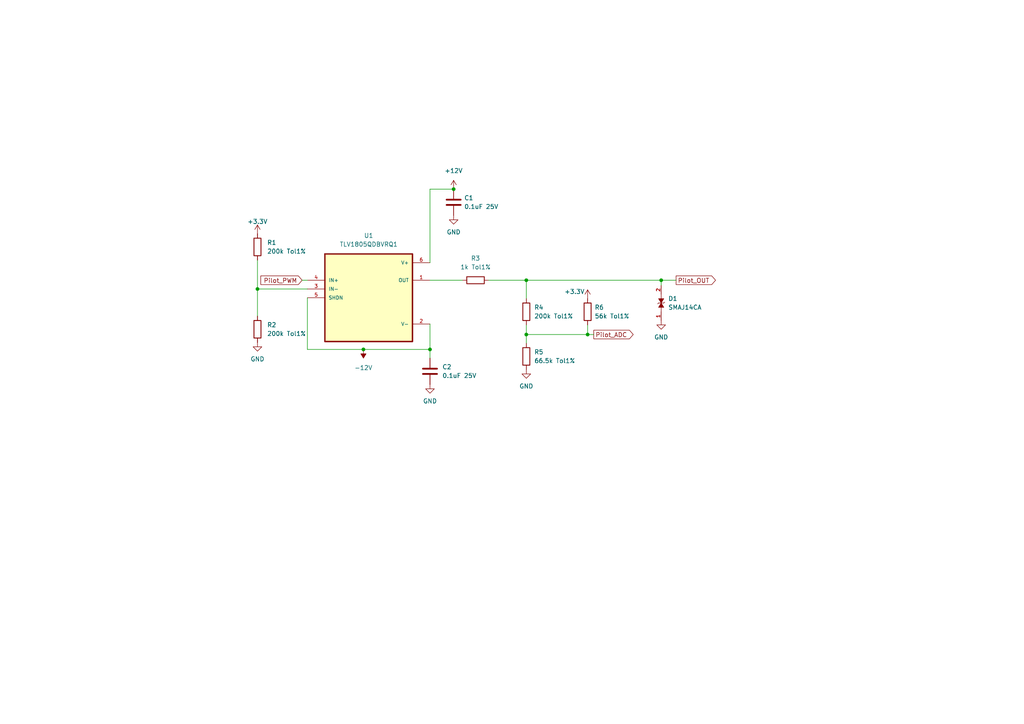
<source format=kicad_sch>
(kicad_sch (version 20211123) (generator eeschema)

  (uuid dffc4d11-41a3-47ca-9539-a9f89e6a406a)

  (paper "A4")

  (lib_symbols
    (symbol "Device:C" (pin_numbers hide) (pin_names (offset 0.254)) (in_bom yes) (on_board yes)
      (property "Reference" "C" (id 0) (at 0.635 2.54 0)
        (effects (font (size 1.27 1.27)) (justify left))
      )
      (property "Value" "C" (id 1) (at 0.635 -2.54 0)
        (effects (font (size 1.27 1.27)) (justify left))
      )
      (property "Footprint" "" (id 2) (at 0.9652 -3.81 0)
        (effects (font (size 1.27 1.27)) hide)
      )
      (property "Datasheet" "~" (id 3) (at 0 0 0)
        (effects (font (size 1.27 1.27)) hide)
      )
      (property "ki_keywords" "cap capacitor" (id 4) (at 0 0 0)
        (effects (font (size 1.27 1.27)) hide)
      )
      (property "ki_description" "Unpolarized capacitor" (id 5) (at 0 0 0)
        (effects (font (size 1.27 1.27)) hide)
      )
      (property "ki_fp_filters" "C_*" (id 6) (at 0 0 0)
        (effects (font (size 1.27 1.27)) hide)
      )
      (symbol "C_0_1"
        (polyline
          (pts
            (xy -2.032 -0.762)
            (xy 2.032 -0.762)
          )
          (stroke (width 0.508) (type default) (color 0 0 0 0))
          (fill (type none))
        )
        (polyline
          (pts
            (xy -2.032 0.762)
            (xy 2.032 0.762)
          )
          (stroke (width 0.508) (type default) (color 0 0 0 0))
          (fill (type none))
        )
      )
      (symbol "C_1_1"
        (pin passive line (at 0 3.81 270) (length 2.794)
          (name "~" (effects (font (size 1.27 1.27))))
          (number "1" (effects (font (size 1.27 1.27))))
        )
        (pin passive line (at 0 -3.81 90) (length 2.794)
          (name "~" (effects (font (size 1.27 1.27))))
          (number "2" (effects (font (size 1.27 1.27))))
        )
      )
    )
    (symbol "Device:R" (pin_numbers hide) (pin_names (offset 0)) (in_bom yes) (on_board yes)
      (property "Reference" "R" (id 0) (at 2.032 0 90)
        (effects (font (size 1.27 1.27)))
      )
      (property "Value" "R" (id 1) (at 0 0 90)
        (effects (font (size 1.27 1.27)))
      )
      (property "Footprint" "" (id 2) (at -1.778 0 90)
        (effects (font (size 1.27 1.27)) hide)
      )
      (property "Datasheet" "~" (id 3) (at 0 0 0)
        (effects (font (size 1.27 1.27)) hide)
      )
      (property "ki_keywords" "R res resistor" (id 4) (at 0 0 0)
        (effects (font (size 1.27 1.27)) hide)
      )
      (property "ki_description" "Resistor" (id 5) (at 0 0 0)
        (effects (font (size 1.27 1.27)) hide)
      )
      (property "ki_fp_filters" "R_*" (id 6) (at 0 0 0)
        (effects (font (size 1.27 1.27)) hide)
      )
      (symbol "R_0_1"
        (rectangle (start -1.016 -2.54) (end 1.016 2.54)
          (stroke (width 0.254) (type default) (color 0 0 0 0))
          (fill (type none))
        )
      )
      (symbol "R_1_1"
        (pin passive line (at 0 3.81 270) (length 1.27)
          (name "~" (effects (font (size 1.27 1.27))))
          (number "1" (effects (font (size 1.27 1.27))))
        )
        (pin passive line (at 0 -3.81 90) (length 1.27)
          (name "~" (effects (font (size 1.27 1.27))))
          (number "2" (effects (font (size 1.27 1.27))))
        )
      )
    )
    (symbol "SMAJ14CA:SMAJ14CA" (pin_names (offset 1.016)) (in_bom yes) (on_board yes)
      (property "Reference" "D" (id 0) (at -5.08 2.54 0)
        (effects (font (size 1.27 1.27)) (justify left bottom))
      )
      (property "Value" "SMAJ14CA" (id 1) (at -5.08 -5.08 0)
        (effects (font (size 1.27 1.27)) (justify left bottom))
      )
      (property "Footprint" "DIOM4325X250N" (id 2) (at 0 0 0)
        (effects (font (size 1.27 1.27)) (justify bottom) hide)
      )
      (property "Datasheet" "" (id 3) (at 0 0 0)
        (effects (font (size 1.27 1.27)) hide)
      )
      (property "MANUFACTURER" "Taiwan Semiconductor" (id 4) (at 0 0 0)
        (effects (font (size 1.27 1.27)) (justify bottom) hide)
      )
      (property "PARTREV" "S2102" (id 5) (at 0 0 0)
        (effects (font (size 1.27 1.27)) (justify bottom) hide)
      )
      (property "STANDARD" "IPC-7351B" (id 6) (at 0 0 0)
        (effects (font (size 1.27 1.27)) (justify bottom) hide)
      )
      (property "MAXIMUM_PACKAGE_HEIGHT" "2.5 mm" (id 7) (at 0 0 0)
        (effects (font (size 1.27 1.27)) (justify bottom) hide)
      )
      (symbol "SMAJ14CA_0_0"
        (polyline
          (pts
            (xy -1.27 0)
            (xy -2.54 0)
          )
          (stroke (width 0.1524) (type default) (color 0 0 0 0))
          (fill (type none))
        )
        (polyline
          (pts
            (xy 0 -0.762)
            (xy -0.254 -1.016)
          )
          (stroke (width 0.1524) (type default) (color 0 0 0 0))
          (fill (type none))
        )
        (polyline
          (pts
            (xy 0 -0.762)
            (xy 0 0.762)
          )
          (stroke (width 0.1524) (type default) (color 0 0 0 0))
          (fill (type none))
        )
        (polyline
          (pts
            (xy 0 0.762)
            (xy 0.254 1.016)
          )
          (stroke (width 0.1524) (type default) (color 0 0 0 0))
          (fill (type none))
        )
        (polyline
          (pts
            (xy 1.27 0)
            (xy 2.54 0)
          )
          (stroke (width 0.1524) (type default) (color 0 0 0 0))
          (fill (type none))
        )
        (polyline
          (pts
            (xy 0 0)
            (xy -1.27 -0.762)
            (xy -1.27 0.762)
            (xy 0 0)
          )
          (stroke (width 0.1524) (type default) (color 0 0 0 0))
          (fill (type outline))
        )
        (polyline
          (pts
            (xy 0 0)
            (xy 1.27 0.762)
            (xy 1.27 -0.762)
            (xy 0 0)
          )
          (stroke (width 0.1524) (type default) (color 0 0 0 0))
          (fill (type outline))
        )
        (pin passive line (at -5.08 0 0) (length 2.54)
          (name "~" (effects (font (size 1.016 1.016))))
          (number "1" (effects (font (size 1.016 1.016))))
        )
        (pin passive line (at 5.08 0 180) (length 2.54)
          (name "~" (effects (font (size 1.016 1.016))))
          (number "2" (effects (font (size 1.016 1.016))))
        )
      )
    )
    (symbol "TLV1805QDBVRQ1:TLV1805QDBVRQ1" (pin_names (offset 1.016)) (in_bom yes) (on_board yes)
      (property "Reference" "U" (id 0) (at -12.7 13.7 0)
        (effects (font (size 1.27 1.27)) (justify left bottom))
      )
      (property "Value" "TLV1805QDBVRQ1" (id 1) (at -12.7 -16.7 0)
        (effects (font (size 1.27 1.27)) (justify left bottom))
      )
      (property "Footprint" "SOT95P280X145-6N" (id 2) (at 0 0 0)
        (effects (font (size 1.27 1.27)) (justify bottom) hide)
      )
      (property "Datasheet" "" (id 3) (at 0 0 0)
        (effects (font (size 1.27 1.27)) hide)
      )
      (symbol "TLV1805QDBVRQ1_0_0"
        (rectangle (start -12.7 -12.7) (end 12.7 12.7)
          (stroke (width 0.41) (type default) (color 0 0 0 0))
          (fill (type background))
        )
        (pin output line (at 17.78 5.08 180) (length 5.08)
          (name "OUT" (effects (font (size 1.016 1.016))))
          (number "1" (effects (font (size 1.016 1.016))))
        )
        (pin power_in line (at 17.78 -7.62 180) (length 5.08)
          (name "V-" (effects (font (size 1.016 1.016))))
          (number "2" (effects (font (size 1.016 1.016))))
        )
        (pin input line (at -17.78 2.54 0) (length 5.08)
          (name "IN-" (effects (font (size 1.016 1.016))))
          (number "3" (effects (font (size 1.016 1.016))))
        )
        (pin input line (at -17.78 5.08 0) (length 5.08)
          (name "IN+" (effects (font (size 1.016 1.016))))
          (number "4" (effects (font (size 1.016 1.016))))
        )
        (pin input line (at -17.78 0 0) (length 5.08)
          (name "SHDN" (effects (font (size 1.016 1.016))))
          (number "5" (effects (font (size 1.016 1.016))))
        )
        (pin power_in line (at 17.78 10.16 180) (length 5.08)
          (name "V+" (effects (font (size 1.016 1.016))))
          (number "6" (effects (font (size 1.016 1.016))))
        )
      )
    )
    (symbol "power:+12V" (power) (pin_names (offset 0)) (in_bom yes) (on_board yes)
      (property "Reference" "#PWR" (id 0) (at 0 -3.81 0)
        (effects (font (size 1.27 1.27)) hide)
      )
      (property "Value" "+12V" (id 1) (at 0 3.556 0)
        (effects (font (size 1.27 1.27)))
      )
      (property "Footprint" "" (id 2) (at 0 0 0)
        (effects (font (size 1.27 1.27)) hide)
      )
      (property "Datasheet" "" (id 3) (at 0 0 0)
        (effects (font (size 1.27 1.27)) hide)
      )
      (property "ki_keywords" "power-flag" (id 4) (at 0 0 0)
        (effects (font (size 1.27 1.27)) hide)
      )
      (property "ki_description" "Power symbol creates a global label with name \"+12V\"" (id 5) (at 0 0 0)
        (effects (font (size 1.27 1.27)) hide)
      )
      (symbol "+12V_0_1"
        (polyline
          (pts
            (xy -0.762 1.27)
            (xy 0 2.54)
          )
          (stroke (width 0) (type default) (color 0 0 0 0))
          (fill (type none))
        )
        (polyline
          (pts
            (xy 0 0)
            (xy 0 2.54)
          )
          (stroke (width 0) (type default) (color 0 0 0 0))
          (fill (type none))
        )
        (polyline
          (pts
            (xy 0 2.54)
            (xy 0.762 1.27)
          )
          (stroke (width 0) (type default) (color 0 0 0 0))
          (fill (type none))
        )
      )
      (symbol "+12V_1_1"
        (pin power_in line (at 0 0 90) (length 0) hide
          (name "+12V" (effects (font (size 1.27 1.27))))
          (number "1" (effects (font (size 1.27 1.27))))
        )
      )
    )
    (symbol "power:+3.3V" (power) (pin_names (offset 0)) (in_bom yes) (on_board yes)
      (property "Reference" "#PWR" (id 0) (at 0 -3.81 0)
        (effects (font (size 1.27 1.27)) hide)
      )
      (property "Value" "+3.3V" (id 1) (at 0 3.556 0)
        (effects (font (size 1.27 1.27)))
      )
      (property "Footprint" "" (id 2) (at 0 0 0)
        (effects (font (size 1.27 1.27)) hide)
      )
      (property "Datasheet" "" (id 3) (at 0 0 0)
        (effects (font (size 1.27 1.27)) hide)
      )
      (property "ki_keywords" "power-flag" (id 4) (at 0 0 0)
        (effects (font (size 1.27 1.27)) hide)
      )
      (property "ki_description" "Power symbol creates a global label with name \"+3.3V\"" (id 5) (at 0 0 0)
        (effects (font (size 1.27 1.27)) hide)
      )
      (symbol "+3.3V_0_1"
        (polyline
          (pts
            (xy -0.762 1.27)
            (xy 0 2.54)
          )
          (stroke (width 0) (type default) (color 0 0 0 0))
          (fill (type none))
        )
        (polyline
          (pts
            (xy 0 0)
            (xy 0 2.54)
          )
          (stroke (width 0) (type default) (color 0 0 0 0))
          (fill (type none))
        )
        (polyline
          (pts
            (xy 0 2.54)
            (xy 0.762 1.27)
          )
          (stroke (width 0) (type default) (color 0 0 0 0))
          (fill (type none))
        )
      )
      (symbol "+3.3V_1_1"
        (pin power_in line (at 0 0 90) (length 0) hide
          (name "+3.3V" (effects (font (size 1.27 1.27))))
          (number "1" (effects (font (size 1.27 1.27))))
        )
      )
    )
    (symbol "power:-12V" (power) (pin_names (offset 0)) (in_bom yes) (on_board yes)
      (property "Reference" "#PWR" (id 0) (at 0 2.54 0)
        (effects (font (size 1.27 1.27)) hide)
      )
      (property "Value" "-12V" (id 1) (at 0 3.81 0)
        (effects (font (size 1.27 1.27)))
      )
      (property "Footprint" "" (id 2) (at 0 0 0)
        (effects (font (size 1.27 1.27)) hide)
      )
      (property "Datasheet" "" (id 3) (at 0 0 0)
        (effects (font (size 1.27 1.27)) hide)
      )
      (property "ki_keywords" "power-flag" (id 4) (at 0 0 0)
        (effects (font (size 1.27 1.27)) hide)
      )
      (property "ki_description" "Power symbol creates a global label with name \"-12V\"" (id 5) (at 0 0 0)
        (effects (font (size 1.27 1.27)) hide)
      )
      (symbol "-12V_0_0"
        (pin power_in line (at 0 0 90) (length 0) hide
          (name "-12V" (effects (font (size 1.27 1.27))))
          (number "1" (effects (font (size 1.27 1.27))))
        )
      )
      (symbol "-12V_0_1"
        (polyline
          (pts
            (xy 0 0)
            (xy 0 1.27)
            (xy 0.762 1.27)
            (xy 0 2.54)
            (xy -0.762 1.27)
            (xy 0 1.27)
          )
          (stroke (width 0) (type default) (color 0 0 0 0))
          (fill (type outline))
        )
      )
    )
    (symbol "power:GND" (power) (pin_names (offset 0)) (in_bom yes) (on_board yes)
      (property "Reference" "#PWR" (id 0) (at 0 -6.35 0)
        (effects (font (size 1.27 1.27)) hide)
      )
      (property "Value" "GND" (id 1) (at 0 -3.81 0)
        (effects (font (size 1.27 1.27)))
      )
      (property "Footprint" "" (id 2) (at 0 0 0)
        (effects (font (size 1.27 1.27)) hide)
      )
      (property "Datasheet" "" (id 3) (at 0 0 0)
        (effects (font (size 1.27 1.27)) hide)
      )
      (property "ki_keywords" "power-flag" (id 4) (at 0 0 0)
        (effects (font (size 1.27 1.27)) hide)
      )
      (property "ki_description" "Power symbol creates a global label with name \"GND\" , ground" (id 5) (at 0 0 0)
        (effects (font (size 1.27 1.27)) hide)
      )
      (symbol "GND_0_1"
        (polyline
          (pts
            (xy 0 0)
            (xy 0 -1.27)
            (xy 1.27 -1.27)
            (xy 0 -2.54)
            (xy -1.27 -1.27)
            (xy 0 -1.27)
          )
          (stroke (width 0) (type default) (color 0 0 0 0))
          (fill (type none))
        )
      )
      (symbol "GND_1_1"
        (pin power_in line (at 0 0 270) (length 0) hide
          (name "GND" (effects (font (size 1.27 1.27))))
          (number "1" (effects (font (size 1.27 1.27))))
        )
      )
    )
  )

  (junction (at 131.572 54.864) (diameter 0) (color 0 0 0 0)
    (uuid 42c1d09e-bc0a-4fd6-bc41-f0b60aa1cc72)
  )
  (junction (at 152.654 97.028) (diameter 0) (color 0 0 0 0)
    (uuid 4ab927c6-3a7b-4bba-ac16-6e081f19783d)
  )
  (junction (at 152.654 81.28) (diameter 0) (color 0 0 0 0)
    (uuid 4c499a40-6b59-4fbb-bc1d-4aec2fa338b9)
  )
  (junction (at 124.714 101.346) (diameter 0) (color 0 0 0 0)
    (uuid 5141bba9-f389-4a04-913e-1e03dfd75bfe)
  )
  (junction (at 191.77 81.28) (diameter 0) (color 0 0 0 0)
    (uuid 91924fd2-dce0-412a-9af1-6b65d6b71535)
  )
  (junction (at 74.676 83.82) (diameter 0) (color 0 0 0 0)
    (uuid c49ee60d-0da1-4b63-a883-4f3443af428d)
  )
  (junction (at 105.41 101.346) (diameter 0) (color 0 0 0 0)
    (uuid d5525ec8-db39-471a-ad72-046968413278)
  )
  (junction (at 170.434 97.028) (diameter 0) (color 0 0 0 0)
    (uuid f98f2d2b-7d05-4db3-a849-279478cc0020)
  )

  (wire (pts (xy 105.41 101.346) (xy 124.714 101.346))
    (stroke (width 0) (type default) (color 0 0 0 0))
    (uuid 04365ae6-0ff9-4a2d-952b-315276e495df)
  )
  (wire (pts (xy 89.154 86.36) (xy 89.154 101.346))
    (stroke (width 0) (type default) (color 0 0 0 0))
    (uuid 1f762850-3445-4ab5-96cf-0e0cc358f7bc)
  )
  (wire (pts (xy 170.434 97.028) (xy 172.212 97.028))
    (stroke (width 0) (type default) (color 0 0 0 0))
    (uuid 29c9734a-321c-4e9b-9648-4f52d5681500)
  )
  (wire (pts (xy 74.676 75.438) (xy 74.676 83.82))
    (stroke (width 0) (type default) (color 0 0 0 0))
    (uuid 2db8a875-87cb-49ea-956b-9812f50af3fe)
  )
  (wire (pts (xy 152.654 94.234) (xy 152.654 97.028))
    (stroke (width 0) (type default) (color 0 0 0 0))
    (uuid 315b4650-b08b-42be-8309-5fc36b058f12)
  )
  (wire (pts (xy 152.654 81.28) (xy 152.654 86.614))
    (stroke (width 0) (type default) (color 0 0 0 0))
    (uuid 4221aea9-d3d1-44e5-b61c-d577eb64d8a4)
  )
  (wire (pts (xy 74.676 83.82) (xy 74.676 91.694))
    (stroke (width 0) (type default) (color 0 0 0 0))
    (uuid 4776275b-bba4-427e-9125-4fd002286d53)
  )
  (wire (pts (xy 87.63 81.28) (xy 89.154 81.28))
    (stroke (width 0) (type default) (color 0 0 0 0))
    (uuid 4aa67261-475f-49bf-b5ae-0469f7600fa3)
  )
  (wire (pts (xy 124.714 93.98) (xy 124.714 101.346))
    (stroke (width 0) (type default) (color 0 0 0 0))
    (uuid 4ca687e9-72a9-4c80-90a0-cc278d4f9fd5)
  )
  (wire (pts (xy 124.714 76.2) (xy 124.714 54.864))
    (stroke (width 0) (type default) (color 0 0 0 0))
    (uuid 5104ad31-9109-45a9-9289-f77e78f1b7fd)
  )
  (wire (pts (xy 124.714 101.346) (xy 124.714 103.886))
    (stroke (width 0) (type default) (color 0 0 0 0))
    (uuid 5fb5b8f9-2823-469a-9fd8-464ee4569d64)
  )
  (wire (pts (xy 152.654 97.028) (xy 152.654 99.568))
    (stroke (width 0) (type default) (color 0 0 0 0))
    (uuid 62b7f6b9-190c-4bca-ac37-690cd98701fb)
  )
  (wire (pts (xy 191.77 81.28) (xy 196.088 81.28))
    (stroke (width 0) (type default) (color 0 0 0 0))
    (uuid 69e53a28-8d0d-400b-91d7-62d3c95edbff)
  )
  (wire (pts (xy 124.714 81.28) (xy 134.112 81.28))
    (stroke (width 0) (type default) (color 0 0 0 0))
    (uuid 7f384d51-e862-457f-98ea-f7adf441909b)
  )
  (wire (pts (xy 141.732 81.28) (xy 152.654 81.28))
    (stroke (width 0) (type default) (color 0 0 0 0))
    (uuid 931e29e8-e518-4836-9061-7dcbaa9c43ec)
  )
  (wire (pts (xy 74.676 83.82) (xy 89.154 83.82))
    (stroke (width 0) (type default) (color 0 0 0 0))
    (uuid a52e76f8-1710-4d01-b3a9-5e440072385c)
  )
  (wire (pts (xy 89.154 101.346) (xy 105.41 101.346))
    (stroke (width 0) (type default) (color 0 0 0 0))
    (uuid aa4d5eed-64ed-45ac-a3d8-d47935b4a993)
  )
  (wire (pts (xy 170.434 94.234) (xy 170.434 97.028))
    (stroke (width 0) (type default) (color 0 0 0 0))
    (uuid b1c36b62-70e6-4cc3-ac7e-3e147f9b9e94)
  )
  (wire (pts (xy 170.434 97.028) (xy 152.654 97.028))
    (stroke (width 0) (type default) (color 0 0 0 0))
    (uuid b58c5103-6ecb-4f1c-bd68-b7cb08047fca)
  )
  (wire (pts (xy 124.714 54.864) (xy 131.572 54.864))
    (stroke (width 0) (type default) (color 0 0 0 0))
    (uuid b678e62d-6492-4534-86ec-8b3fd21d8208)
  )
  (wire (pts (xy 191.77 82.804) (xy 191.77 81.28))
    (stroke (width 0) (type default) (color 0 0 0 0))
    (uuid b8c0a498-a355-4a87-9e3d-bba04a9a09ca)
  )
  (wire (pts (xy 191.77 81.28) (xy 152.654 81.28))
    (stroke (width 0) (type default) (color 0 0 0 0))
    (uuid f1097ca5-40c2-4678-82d9-513e1c7aaa97)
  )

  (global_label "Pilot_ADC" (shape output) (at 172.212 97.028 0) (fields_autoplaced)
    (effects (font (size 1.27 1.27)) (justify left))
    (uuid 4c1a7782-7505-482b-98b7-31d4793cabb4)
    (property "Intersheet References" "${INTERSHEET_REFS}" (id 0) (at 183.6361 96.9486 0)
      (effects (font (size 1.27 1.27)) (justify left) hide)
    )
  )
  (global_label "Pilot_PWM" (shape input) (at 87.63 81.28 180) (fields_autoplaced)
    (effects (font (size 1.27 1.27)) (justify right))
    (uuid 58ba50ce-2544-4603-ac21-67de66ce22ad)
    (property "Intersheet References" "${INTERSHEET_REFS}" (id 0) (at 75.6617 81.2006 0)
      (effects (font (size 1.27 1.27)) (justify right) hide)
    )
  )
  (global_label "Pilot_OUT" (shape output) (at 196.088 81.28 0) (fields_autoplaced)
    (effects (font (size 1.27 1.27)) (justify left))
    (uuid 96a8a419-75a6-456c-be3b-ebd78216ab82)
    (property "Intersheet References" "${INTERSHEET_REFS}" (id 0) (at 207.5121 81.2006 0)
      (effects (font (size 1.27 1.27)) (justify left) hide)
    )
  )

  (symbol (lib_id "Device:R") (at 152.654 103.378 0) (unit 1)
    (in_bom yes) (on_board yes) (fields_autoplaced)
    (uuid 0b54a637-504a-4458-8893-6a3c5f0744a8)
    (property "Reference" "R5" (id 0) (at 154.94 102.1079 0)
      (effects (font (size 1.27 1.27)) (justify left))
    )
    (property "Value" "66.5k Tol1%" (id 1) (at 154.94 104.6479 0)
      (effects (font (size 1.27 1.27)) (justify left))
    )
    (property "Footprint" "Resistor_THT:R_Axial_DIN0204_L3.6mm_D1.6mm_P5.08mm_Horizontal" (id 2) (at 150.876 103.378 90)
      (effects (font (size 1.27 1.27)) hide)
    )
    (property "Datasheet" "~" (id 3) (at 152.654 103.378 0)
      (effects (font (size 1.27 1.27)) hide)
    )
    (pin "1" (uuid 39884d26-3baa-417e-ae85-40582689dfce))
    (pin "2" (uuid 5387d9d0-1e21-4d7e-b885-f5cfe9d7047f))
  )

  (symbol (lib_id "Device:R") (at 170.434 90.424 0) (unit 1)
    (in_bom yes) (on_board yes)
    (uuid 180b49ca-f10a-40b1-889f-6e89ff189151)
    (property "Reference" "R6" (id 0) (at 172.466 89.1539 0)
      (effects (font (size 1.27 1.27)) (justify left))
    )
    (property "Value" "56k Tol1%" (id 1) (at 172.466 91.6939 0)
      (effects (font (size 1.27 1.27)) (justify left))
    )
    (property "Footprint" "Resistor_THT:R_Axial_DIN0204_L3.6mm_D1.6mm_P5.08mm_Horizontal" (id 2) (at 168.656 90.424 90)
      (effects (font (size 1.27 1.27)) hide)
    )
    (property "Datasheet" "~" (id 3) (at 170.434 90.424 0)
      (effects (font (size 1.27 1.27)) hide)
    )
    (pin "1" (uuid 656e8c55-3560-496f-8c4a-f7bfcd83d1cf))
    (pin "2" (uuid 98bbe5f2-6a19-42ea-9ecb-ac535a747dc1))
  )

  (symbol (lib_id "Device:C") (at 124.714 107.696 0) (unit 1)
    (in_bom yes) (on_board yes) (fields_autoplaced)
    (uuid 188b813a-5137-4df7-ba7d-037426f1028e)
    (property "Reference" "C2" (id 0) (at 128.27 106.4259 0)
      (effects (font (size 1.27 1.27)) (justify left))
    )
    (property "Value" "0.1uF 25V" (id 1) (at 128.27 108.9659 0)
      (effects (font (size 1.27 1.27)) (justify left))
    )
    (property "Footprint" "Capacitor_THT:CP_Radial_D4.0mm_P1.50mm" (id 2) (at 125.6792 111.506 0)
      (effects (font (size 1.27 1.27)) hide)
    )
    (property "Datasheet" "~" (id 3) (at 124.714 107.696 0)
      (effects (font (size 1.27 1.27)) hide)
    )
    (pin "1" (uuid a83522f1-4b12-408a-8b0d-81a1be795ca6))
    (pin "2" (uuid 14edbfb9-33d9-4ed6-959c-5a49004c2892))
  )

  (symbol (lib_id "power:GND") (at 124.714 111.506 0) (unit 1)
    (in_bom yes) (on_board yes) (fields_autoplaced)
    (uuid 1c7aeb13-578b-4949-a048-88ea7f84cbca)
    (property "Reference" "#PWR?" (id 0) (at 124.714 117.856 0)
      (effects (font (size 1.27 1.27)) hide)
    )
    (property "Value" "GND" (id 1) (at 124.714 116.332 0))
    (property "Footprint" "" (id 2) (at 124.714 111.506 0)
      (effects (font (size 1.27 1.27)) hide)
    )
    (property "Datasheet" "" (id 3) (at 124.714 111.506 0)
      (effects (font (size 1.27 1.27)) hide)
    )
    (pin "1" (uuid 61f90bbb-7d39-4d7c-9477-61748d6c4ec0))
  )

  (symbol (lib_id "Device:R") (at 137.922 81.28 90) (unit 1)
    (in_bom yes) (on_board yes) (fields_autoplaced)
    (uuid 240f2ae8-e5d2-449a-ab67-7aa5705e136f)
    (property "Reference" "R3" (id 0) (at 137.922 74.93 90))
    (property "Value" "1k Tol1%" (id 1) (at 137.922 77.47 90))
    (property "Footprint" "Resistor_THT:R_Axial_DIN0204_L3.6mm_D1.6mm_P5.08mm_Horizontal" (id 2) (at 137.922 83.058 90)
      (effects (font (size 1.27 1.27)) hide)
    )
    (property "Datasheet" "~" (id 3) (at 137.922 81.28 0)
      (effects (font (size 1.27 1.27)) hide)
    )
    (pin "1" (uuid b7a6ac9e-de41-433a-87b0-f104e9dd9852))
    (pin "2" (uuid 532a9e38-4cd5-4467-bc57-9d4235012951))
  )

  (symbol (lib_id "SMAJ14CA:SMAJ14CA") (at 191.77 87.884 270) (mirror x) (unit 1)
    (in_bom yes) (on_board yes) (fields_autoplaced)
    (uuid 4e79b839-17a2-4064-a646-87f121f2d9ce)
    (property "Reference" "D1" (id 0) (at 193.802 86.6139 90)
      (effects (font (size 1.27 1.27)) (justify left))
    )
    (property "Value" "SMAJ14CA" (id 1) (at 193.802 89.1539 90)
      (effects (font (size 1.27 1.27)) (justify left))
    )
    (property "Footprint" "symbols-footprints:DIOM4325X250N" (id 2) (at 191.77 87.884 0)
      (effects (font (size 1.27 1.27)) (justify bottom) hide)
    )
    (property "Datasheet" "" (id 3) (at 191.77 87.884 0)
      (effects (font (size 1.27 1.27)) hide)
    )
    (property "MANUFACTURER" "Taiwan Semiconductor" (id 4) (at 191.77 87.884 0)
      (effects (font (size 1.27 1.27)) (justify bottom) hide)
    )
    (property "PARTREV" "S2102" (id 5) (at 191.77 87.884 0)
      (effects (font (size 1.27 1.27)) (justify bottom) hide)
    )
    (property "STANDARD" "IPC-7351B" (id 6) (at 191.77 87.884 0)
      (effects (font (size 1.27 1.27)) (justify bottom) hide)
    )
    (property "MAXIMUM_PACKAGE_HEIGHT" "2.5 mm" (id 7) (at 191.77 87.884 0)
      (effects (font (size 1.27 1.27)) (justify bottom) hide)
    )
    (pin "1" (uuid 096f25da-5d88-4475-8fbb-6ccabed43c42))
    (pin "2" (uuid 8f13af3a-aea6-44cd-bcfd-bf53142f992c))
  )

  (symbol (lib_id "power:+12V") (at 131.572 54.864 0) (unit 1)
    (in_bom yes) (on_board yes) (fields_autoplaced)
    (uuid 569c13c6-d2a4-440a-94a7-75b2ed756523)
    (property "Reference" "#PWR?" (id 0) (at 131.572 58.674 0)
      (effects (font (size 1.27 1.27)) hide)
    )
    (property "Value" "+12V" (id 1) (at 131.572 49.53 0))
    (property "Footprint" "" (id 2) (at 131.572 54.864 0)
      (effects (font (size 1.27 1.27)) hide)
    )
    (property "Datasheet" "" (id 3) (at 131.572 54.864 0)
      (effects (font (size 1.27 1.27)) hide)
    )
    (pin "1" (uuid 6526a22f-fc88-4718-b6be-d60f9a5519b4))
  )

  (symbol (lib_id "power:GND") (at 191.77 92.964 0) (unit 1)
    (in_bom yes) (on_board yes) (fields_autoplaced)
    (uuid 675a084c-4e3a-428f-8508-5a2b4aa5f8eb)
    (property "Reference" "#PWR?" (id 0) (at 191.77 99.314 0)
      (effects (font (size 1.27 1.27)) hide)
    )
    (property "Value" "GND" (id 1) (at 191.77 97.79 0))
    (property "Footprint" "" (id 2) (at 191.77 92.964 0)
      (effects (font (size 1.27 1.27)) hide)
    )
    (property "Datasheet" "" (id 3) (at 191.77 92.964 0)
      (effects (font (size 1.27 1.27)) hide)
    )
    (pin "1" (uuid fe359c89-121f-4931-a670-387a86125107))
  )

  (symbol (lib_id "Device:R") (at 74.676 71.628 0) (unit 1)
    (in_bom yes) (on_board yes) (fields_autoplaced)
    (uuid 67769b8b-f592-45bc-b779-b99721abd89d)
    (property "Reference" "R1" (id 0) (at 77.47 70.3579 0)
      (effects (font (size 1.27 1.27)) (justify left))
    )
    (property "Value" "200k Tol1%" (id 1) (at 77.47 72.8979 0)
      (effects (font (size 1.27 1.27)) (justify left))
    )
    (property "Footprint" "Resistor_THT:R_Axial_DIN0204_L3.6mm_D1.6mm_P5.08mm_Horizontal" (id 2) (at 72.898 71.628 90)
      (effects (font (size 1.27 1.27)) hide)
    )
    (property "Datasheet" "~" (id 3) (at 74.676 71.628 0)
      (effects (font (size 1.27 1.27)) hide)
    )
    (pin "1" (uuid 0c4a97ee-534b-4f1a-b007-b7ef7f4c68ea))
    (pin "2" (uuid 2db773cd-804b-45c5-98bb-cc1b4053eb3c))
  )

  (symbol (lib_id "power:+3.3V") (at 170.434 86.614 0) (unit 1)
    (in_bom yes) (on_board yes)
    (uuid 798e8008-ffd8-4460-9bbd-21f973740470)
    (property "Reference" "#PWR?" (id 0) (at 170.434 90.424 0)
      (effects (font (size 1.27 1.27)) hide)
    )
    (property "Value" "+3.3V" (id 1) (at 166.624 84.582 0))
    (property "Footprint" "" (id 2) (at 170.434 86.614 0)
      (effects (font (size 1.27 1.27)) hide)
    )
    (property "Datasheet" "" (id 3) (at 170.434 86.614 0)
      (effects (font (size 1.27 1.27)) hide)
    )
    (pin "1" (uuid 8eecd0a3-8db5-40a2-af45-186ca79dc46a))
  )

  (symbol (lib_id "power:GND") (at 74.676 99.314 0) (unit 1)
    (in_bom yes) (on_board yes) (fields_autoplaced)
    (uuid 8bc9475b-1167-400e-9dcd-fbb5eae1491d)
    (property "Reference" "#PWR?" (id 0) (at 74.676 105.664 0)
      (effects (font (size 1.27 1.27)) hide)
    )
    (property "Value" "GND" (id 1) (at 74.676 104.14 0))
    (property "Footprint" "" (id 2) (at 74.676 99.314 0)
      (effects (font (size 1.27 1.27)) hide)
    )
    (property "Datasheet" "" (id 3) (at 74.676 99.314 0)
      (effects (font (size 1.27 1.27)) hide)
    )
    (pin "1" (uuid 3b27a285-0127-45c1-a28c-9c4318c63c43))
  )

  (symbol (lib_id "Device:R") (at 152.654 90.424 0) (unit 1)
    (in_bom yes) (on_board yes) (fields_autoplaced)
    (uuid ad04e19e-d446-4765-890c-3d5e5206476d)
    (property "Reference" "R4" (id 0) (at 154.94 89.1539 0)
      (effects (font (size 1.27 1.27)) (justify left))
    )
    (property "Value" "200k Tol1%" (id 1) (at 154.94 91.6939 0)
      (effects (font (size 1.27 1.27)) (justify left))
    )
    (property "Footprint" "Resistor_THT:R_Axial_DIN0204_L3.6mm_D1.6mm_P5.08mm_Horizontal" (id 2) (at 150.876 90.424 90)
      (effects (font (size 1.27 1.27)) hide)
    )
    (property "Datasheet" "~" (id 3) (at 152.654 90.424 0)
      (effects (font (size 1.27 1.27)) hide)
    )
    (pin "1" (uuid e94420dc-bd58-4d30-aab7-37f8137282a3))
    (pin "2" (uuid 1ade3985-7f52-471d-a2e0-ba7fcbe63c25))
  )

  (symbol (lib_id "power:+3.3V") (at 74.676 67.818 0) (unit 1)
    (in_bom yes) (on_board yes)
    (uuid ca602f22-cf77-4760-9c17-214ed49a62df)
    (property "Reference" "#PWR?" (id 0) (at 74.676 71.628 0)
      (effects (font (size 1.27 1.27)) hide)
    )
    (property "Value" "+3.3V" (id 1) (at 74.676 64.262 0))
    (property "Footprint" "" (id 2) (at 74.676 67.818 0)
      (effects (font (size 1.27 1.27)) hide)
    )
    (property "Datasheet" "" (id 3) (at 74.676 67.818 0)
      (effects (font (size 1.27 1.27)) hide)
    )
    (pin "1" (uuid 5e3db260-adf4-42c3-ac01-5755823eab8b))
  )

  (symbol (lib_id "Device:R") (at 74.676 95.504 0) (unit 1)
    (in_bom yes) (on_board yes) (fields_autoplaced)
    (uuid cad6bc3e-078b-4dfd-85bd-b9516aed00c4)
    (property "Reference" "R2" (id 0) (at 77.47 94.2339 0)
      (effects (font (size 1.27 1.27)) (justify left))
    )
    (property "Value" "200k Tol1%" (id 1) (at 77.47 96.7739 0)
      (effects (font (size 1.27 1.27)) (justify left))
    )
    (property "Footprint" "Resistor_THT:R_Axial_DIN0204_L3.6mm_D1.6mm_P5.08mm_Horizontal" (id 2) (at 72.898 95.504 90)
      (effects (font (size 1.27 1.27)) hide)
    )
    (property "Datasheet" "~" (id 3) (at 74.676 95.504 0)
      (effects (font (size 1.27 1.27)) hide)
    )
    (pin "1" (uuid 4d83ee30-0c58-4bf1-8a10-cf4f69afbf31))
    (pin "2" (uuid 81896e66-a6ae-4126-8263-6462ed903e29))
  )

  (symbol (lib_id "power:-12V") (at 105.41 101.346 180) (unit 1)
    (in_bom yes) (on_board yes) (fields_autoplaced)
    (uuid d1d38217-24d6-4561-994b-c1d77f35873a)
    (property "Reference" "#PWR?" (id 0) (at 105.41 103.886 0)
      (effects (font (size 1.27 1.27)) hide)
    )
    (property "Value" "-12V" (id 1) (at 105.41 106.68 0))
    (property "Footprint" "" (id 2) (at 105.41 101.346 0)
      (effects (font (size 1.27 1.27)) hide)
    )
    (property "Datasheet" "" (id 3) (at 105.41 101.346 0)
      (effects (font (size 1.27 1.27)) hide)
    )
    (pin "1" (uuid 94395ca5-4a97-40b0-b1c6-67232776b23c))
  )

  (symbol (lib_id "power:GND") (at 131.572 62.484 0) (unit 1)
    (in_bom yes) (on_board yes) (fields_autoplaced)
    (uuid df9a2c95-72f0-4c91-b503-ce8d3992e835)
    (property "Reference" "#PWR?" (id 0) (at 131.572 68.834 0)
      (effects (font (size 1.27 1.27)) hide)
    )
    (property "Value" "GND" (id 1) (at 131.572 67.31 0))
    (property "Footprint" "" (id 2) (at 131.572 62.484 0)
      (effects (font (size 1.27 1.27)) hide)
    )
    (property "Datasheet" "" (id 3) (at 131.572 62.484 0)
      (effects (font (size 1.27 1.27)) hide)
    )
    (pin "1" (uuid 3bbf57ae-b423-462a-a765-627bb0566c40))
  )

  (symbol (lib_id "Device:C") (at 131.572 58.674 0) (unit 1)
    (in_bom yes) (on_board yes) (fields_autoplaced)
    (uuid e53fd2fc-f909-443d-b7b9-78593a38a806)
    (property "Reference" "C1" (id 0) (at 134.62 57.4039 0)
      (effects (font (size 1.27 1.27)) (justify left))
    )
    (property "Value" "0.1uF 25V" (id 1) (at 134.62 59.9439 0)
      (effects (font (size 1.27 1.27)) (justify left))
    )
    (property "Footprint" "Capacitor_THT:CP_Radial_D4.0mm_P1.50mm" (id 2) (at 132.5372 62.484 0)
      (effects (font (size 1.27 1.27)) hide)
    )
    (property "Datasheet" "~" (id 3) (at 131.572 58.674 0)
      (effects (font (size 1.27 1.27)) hide)
    )
    (pin "1" (uuid 5226ef75-4a1d-4f56-8df6-f4daf62682da))
    (pin "2" (uuid e06fb07f-c5e2-4c1b-8190-fa0bcc6e97e3))
  )

  (symbol (lib_id "TLV1805QDBVRQ1:TLV1805QDBVRQ1") (at 106.934 86.36 0) (unit 1)
    (in_bom yes) (on_board yes) (fields_autoplaced)
    (uuid e5f82d49-5c56-498b-b73c-17109479b2b7)
    (property "Reference" "U1" (id 0) (at 106.934 68.326 0))
    (property "Value" "TLV1805QDBVRQ1" (id 1) (at 106.934 70.866 0))
    (property "Footprint" "symbols-footprints:SOT95P280X145-6N" (id 2) (at 106.934 86.36 0)
      (effects (font (size 1.27 1.27)) (justify bottom) hide)
    )
    (property "Datasheet" "" (id 3) (at 106.934 86.36 0)
      (effects (font (size 1.27 1.27)) hide)
    )
    (pin "1" (uuid a31b75d2-2c3f-4404-b635-00c6df0e4aac))
    (pin "2" (uuid 0df20e40-0b1b-43fc-b192-7f6658e1bad7))
    (pin "3" (uuid 7df14a38-64d1-4948-b874-8577dfd04a90))
    (pin "4" (uuid 1d4ffc6f-0aff-4681-a7d3-d2cba77a1653))
    (pin "5" (uuid 219d33ca-f594-474e-aa7b-78f142b128d6))
    (pin "6" (uuid be36dbe9-2843-4047-920b-b8ceffacc82b))
  )

  (symbol (lib_id "power:GND") (at 152.654 107.188 0) (unit 1)
    (in_bom yes) (on_board yes) (fields_autoplaced)
    (uuid f88e35c0-29c7-4b9d-8fdd-985915ad42d9)
    (property "Reference" "#PWR?" (id 0) (at 152.654 113.538 0)
      (effects (font (size 1.27 1.27)) hide)
    )
    (property "Value" "GND" (id 1) (at 152.654 112.014 0))
    (property "Footprint" "" (id 2) (at 152.654 107.188 0)
      (effects (font (size 1.27 1.27)) hide)
    )
    (property "Datasheet" "" (id 3) (at 152.654 107.188 0)
      (effects (font (size 1.27 1.27)) hide)
    )
    (pin "1" (uuid 93374b59-3364-416c-8a4d-ff67f956ef41))
  )

  (sheet_instances
    (path "/" (page "1"))
  )

  (symbol_instances
    (path "/1c7aeb13-578b-4949-a048-88ea7f84cbca"
      (reference "#PWR?") (unit 1) (value "GND") (footprint "")
    )
    (path "/569c13c6-d2a4-440a-94a7-75b2ed756523"
      (reference "#PWR?") (unit 1) (value "+12V") (footprint "")
    )
    (path "/675a084c-4e3a-428f-8508-5a2b4aa5f8eb"
      (reference "#PWR?") (unit 1) (value "GND") (footprint "")
    )
    (path "/798e8008-ffd8-4460-9bbd-21f973740470"
      (reference "#PWR?") (unit 1) (value "+3.3V") (footprint "")
    )
    (path "/8bc9475b-1167-400e-9dcd-fbb5eae1491d"
      (reference "#PWR?") (unit 1) (value "GND") (footprint "")
    )
    (path "/ca602f22-cf77-4760-9c17-214ed49a62df"
      (reference "#PWR?") (unit 1) (value "+3.3V") (footprint "")
    )
    (path "/d1d38217-24d6-4561-994b-c1d77f35873a"
      (reference "#PWR?") (unit 1) (value "-12V") (footprint "")
    )
    (path "/df9a2c95-72f0-4c91-b503-ce8d3992e835"
      (reference "#PWR?") (unit 1) (value "GND") (footprint "")
    )
    (path "/f88e35c0-29c7-4b9d-8fdd-985915ad42d9"
      (reference "#PWR?") (unit 1) (value "GND") (footprint "")
    )
    (path "/e53fd2fc-f909-443d-b7b9-78593a38a806"
      (reference "C1") (unit 1) (value "0.1uF 25V") (footprint "Capacitor_THT:CP_Radial_D4.0mm_P1.50mm")
    )
    (path "/188b813a-5137-4df7-ba7d-037426f1028e"
      (reference "C2") (unit 1) (value "0.1uF 25V") (footprint "Capacitor_THT:CP_Radial_D4.0mm_P1.50mm")
    )
    (path "/4e79b839-17a2-4064-a646-87f121f2d9ce"
      (reference "D1") (unit 1) (value "SMAJ14CA") (footprint "symbols-footprints:DIOM4325X250N")
    )
    (path "/67769b8b-f592-45bc-b779-b99721abd89d"
      (reference "R1") (unit 1) (value "200k Tol1%") (footprint "Resistor_THT:R_Axial_DIN0204_L3.6mm_D1.6mm_P5.08mm_Horizontal")
    )
    (path "/cad6bc3e-078b-4dfd-85bd-b9516aed00c4"
      (reference "R2") (unit 1) (value "200k Tol1%") (footprint "Resistor_THT:R_Axial_DIN0204_L3.6mm_D1.6mm_P5.08mm_Horizontal")
    )
    (path "/240f2ae8-e5d2-449a-ab67-7aa5705e136f"
      (reference "R3") (unit 1) (value "1k Tol1%") (footprint "Resistor_THT:R_Axial_DIN0204_L3.6mm_D1.6mm_P5.08mm_Horizontal")
    )
    (path "/ad04e19e-d446-4765-890c-3d5e5206476d"
      (reference "R4") (unit 1) (value "200k Tol1%") (footprint "Resistor_THT:R_Axial_DIN0204_L3.6mm_D1.6mm_P5.08mm_Horizontal")
    )
    (path "/0b54a637-504a-4458-8893-6a3c5f0744a8"
      (reference "R5") (unit 1) (value "66.5k Tol1%") (footprint "Resistor_THT:R_Axial_DIN0204_L3.6mm_D1.6mm_P5.08mm_Horizontal")
    )
    (path "/180b49ca-f10a-40b1-889f-6e89ff189151"
      (reference "R6") (unit 1) (value "56k Tol1%") (footprint "Resistor_THT:R_Axial_DIN0204_L3.6mm_D1.6mm_P5.08mm_Horizontal")
    )
    (path "/e5f82d49-5c56-498b-b73c-17109479b2b7"
      (reference "U1") (unit 1) (value "TLV1805QDBVRQ1") (footprint "symbols-footprints:SOT95P280X145-6N")
    )
  )
)

</source>
